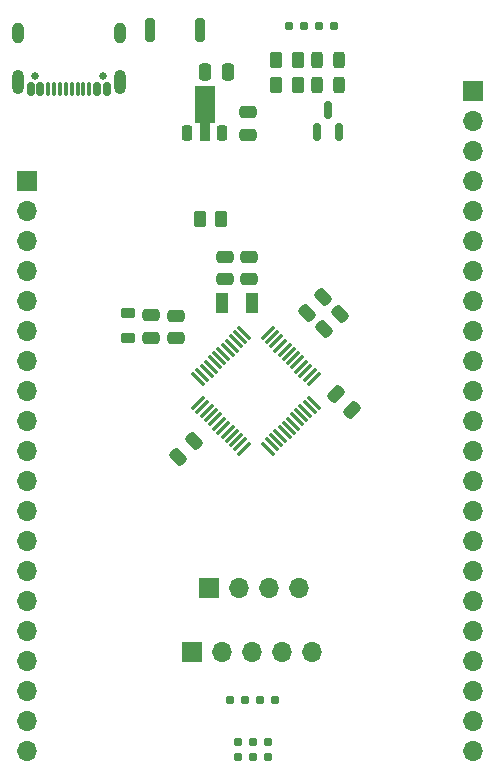
<source format=gbr>
%TF.GenerationSoftware,KiCad,Pcbnew,8.0.7*%
%TF.CreationDate,2025-01-26T21:31:55+01:00*%
%TF.ProjectId,samd21_breakout,73616d64-3231-45f6-9272-65616b6f7574,rev?*%
%TF.SameCoordinates,Original*%
%TF.FileFunction,Soldermask,Top*%
%TF.FilePolarity,Negative*%
%FSLAX46Y46*%
G04 Gerber Fmt 4.6, Leading zero omitted, Abs format (unit mm)*
G04 Created by KiCad (PCBNEW 8.0.7) date 2025-01-26 21:31:55*
%MOMM*%
%LPD*%
G01*
G04 APERTURE LIST*
G04 Aperture macros list*
%AMRoundRect*
0 Rectangle with rounded corners*
0 $1 Rounding radius*
0 $2 $3 $4 $5 $6 $7 $8 $9 X,Y pos of 4 corners*
0 Add a 4 corners polygon primitive as box body*
4,1,4,$2,$3,$4,$5,$6,$7,$8,$9,$2,$3,0*
0 Add four circle primitives for the rounded corners*
1,1,$1+$1,$2,$3*
1,1,$1+$1,$4,$5*
1,1,$1+$1,$6,$7*
1,1,$1+$1,$8,$9*
0 Add four rect primitives between the rounded corners*
20,1,$1+$1,$2,$3,$4,$5,0*
20,1,$1+$1,$4,$5,$6,$7,0*
20,1,$1+$1,$6,$7,$8,$9,0*
20,1,$1+$1,$8,$9,$2,$3,0*%
%AMFreePoly0*
4,1,9,3.862500,-0.866500,0.737500,-0.866500,0.737500,-0.450000,-0.737500,-0.450000,-0.737500,0.450000,0.737500,0.450000,0.737500,0.866500,3.862500,0.866500,3.862500,-0.866500,3.862500,-0.866500,$1*%
G04 Aperture macros list end*
%ADD10C,0.787400*%
%ADD11C,0.650000*%
%ADD12RoundRect,0.150000X0.150000X0.425000X-0.150000X0.425000X-0.150000X-0.425000X0.150000X-0.425000X0*%
%ADD13RoundRect,0.075000X0.075000X0.500000X-0.075000X0.500000X-0.075000X-0.500000X0.075000X-0.500000X0*%
%ADD14O,1.000000X2.100000*%
%ADD15O,1.000000X1.800000*%
%ADD16R,1.700000X1.700000*%
%ADD17O,1.700000X1.700000*%
%ADD18RoundRect,0.250000X-0.262500X-0.450000X0.262500X-0.450000X0.262500X0.450000X-0.262500X0.450000X0*%
%ADD19RoundRect,0.250000X0.262500X0.450000X-0.262500X0.450000X-0.262500X-0.450000X0.262500X-0.450000X0*%
%ADD20RoundRect,0.150000X0.150000X-0.587500X0.150000X0.587500X-0.150000X0.587500X-0.150000X-0.587500X0*%
%ADD21RoundRect,0.243750X0.243750X0.456250X-0.243750X0.456250X-0.243750X-0.456250X0.243750X-0.456250X0*%
%ADD22RoundRect,0.250000X-0.475000X0.250000X-0.475000X-0.250000X0.475000X-0.250000X0.475000X0.250000X0*%
%ADD23RoundRect,0.250000X-0.512652X-0.159099X-0.159099X-0.512652X0.512652X0.159099X0.159099X0.512652X0*%
%ADD24RoundRect,0.075000X-0.521491X0.415425X0.415425X-0.521491X0.521491X-0.415425X-0.415425X0.521491X0*%
%ADD25RoundRect,0.075000X-0.521491X-0.415425X-0.415425X-0.521491X0.521491X0.415425X0.415425X0.521491X0*%
%ADD26RoundRect,0.225000X0.225000X-0.425000X0.225000X0.425000X-0.225000X0.425000X-0.225000X-0.425000X0*%
%ADD27FreePoly0,90.000000*%
%ADD28RoundRect,0.250000X0.475000X-0.250000X0.475000X0.250000X-0.475000X0.250000X-0.475000X-0.250000X0*%
%ADD29RoundRect,0.218750X0.381250X-0.218750X0.381250X0.218750X-0.381250X0.218750X-0.381250X-0.218750X0*%
%ADD30RoundRect,0.250000X-0.159099X0.512652X-0.512652X0.159099X0.159099X-0.512652X0.512652X-0.159099X0*%
%ADD31RoundRect,0.250000X-0.250000X-0.475000X0.250000X-0.475000X0.250000X0.475000X-0.250000X0.475000X0*%
%ADD32RoundRect,0.200000X-0.200000X-0.800000X0.200000X-0.800000X0.200000X0.800000X-0.200000X0.800000X0*%
%ADD33R,1.000000X1.800000*%
%ADD34RoundRect,0.250000X0.159099X-0.512652X0.512652X-0.159099X-0.159099X0.512652X-0.512652X0.159099X0*%
G04 APERTURE END LIST*
D10*
%TO.C,J7*%
X123310000Y-138230000D03*
X123310000Y-136960000D03*
X124580000Y-138230000D03*
X124580000Y-136960000D03*
X125850000Y-138230000D03*
X125850000Y-136960000D03*
%TD*%
%TO.C,J1*%
X122640000Y-133400000D03*
X123910000Y-133400000D03*
X125180000Y-133400000D03*
X126450000Y-133400000D03*
%TD*%
D11*
%TO.C,J3*%
X111890000Y-80605000D03*
X106110000Y-80605000D03*
D12*
X112200000Y-81680000D03*
X111400000Y-81680000D03*
D13*
X110250000Y-81680000D03*
X109250000Y-81680000D03*
X108750000Y-81680000D03*
X107750000Y-81680000D03*
D12*
X106600000Y-81680000D03*
X105800000Y-81680000D03*
X105800000Y-81680000D03*
X106600000Y-81680000D03*
D13*
X107250000Y-81680000D03*
X108250000Y-81680000D03*
X109750000Y-81680000D03*
X110750000Y-81680000D03*
D12*
X111400000Y-81680000D03*
X112200000Y-81680000D03*
D14*
X113320000Y-81105000D03*
D15*
X113320000Y-76925000D03*
D14*
X104680000Y-81105000D03*
D15*
X104680000Y-76925000D03*
%TD*%
D10*
%TO.C,J8*%
X131450000Y-76325000D03*
X130180000Y-76325000D03*
X128910000Y-76325000D03*
X127640000Y-76325000D03*
%TD*%
D16*
%TO.C,J5*%
X143190000Y-81830000D03*
D17*
X143190000Y-84370000D03*
X143190000Y-86910000D03*
X143190000Y-89450000D03*
X143190000Y-91990000D03*
X143190000Y-94530000D03*
X143190000Y-97070000D03*
X143190000Y-99610000D03*
X143190000Y-102150000D03*
X143190000Y-104690000D03*
X143190000Y-107230000D03*
X143190000Y-109770000D03*
X143190000Y-112310000D03*
X143190000Y-114850000D03*
X143190000Y-117390000D03*
X143190000Y-119930000D03*
X143190000Y-122470000D03*
X143190000Y-125010000D03*
X143190000Y-127550000D03*
X143190000Y-130090000D03*
X143190000Y-132630000D03*
X143190000Y-135170000D03*
X143190000Y-137710000D03*
%TD*%
D18*
%TO.C,R1*%
X120100000Y-92680000D03*
X121925000Y-92680000D03*
%TD*%
D19*
%TO.C,R3*%
X128375000Y-81350000D03*
X126550000Y-81350000D03*
%TD*%
D20*
%TO.C,Q1*%
X130000000Y-85337500D03*
X131900000Y-85337500D03*
X130950000Y-83462500D03*
%TD*%
D21*
%TO.C,D2*%
X131900000Y-81350000D03*
X130025000Y-81350000D03*
%TD*%
D19*
%TO.C,R2*%
X128375000Y-79200000D03*
X126550000Y-79200000D03*
%TD*%
D21*
%TO.C,D1*%
X131900000Y-79200000D03*
X130025000Y-79200000D03*
%TD*%
D22*
%TO.C,C4*%
X122225000Y-97799998D03*
X122225000Y-95900000D03*
%TD*%
D23*
%TO.C,C7*%
X131608249Y-107508249D03*
X132951751Y-108851751D03*
%TD*%
D24*
%TO.C,U2*%
X123863336Y-102362124D03*
X123509782Y-102715678D03*
X123156229Y-103069231D03*
X122802675Y-103422785D03*
X122449122Y-103776338D03*
X122095569Y-104129891D03*
X121742015Y-104483445D03*
X121388462Y-104836998D03*
X121034909Y-105190551D03*
X120681355Y-105544105D03*
X120327802Y-105897658D03*
X119974248Y-106251212D03*
D25*
X119974248Y-108248788D03*
X120327802Y-108602342D03*
X120681355Y-108955895D03*
X121034909Y-109309449D03*
X121388462Y-109663002D03*
X121742015Y-110016555D03*
X122095569Y-110370109D03*
X122449122Y-110723662D03*
X122802675Y-111077215D03*
X123156229Y-111430769D03*
X123509782Y-111784322D03*
X123863336Y-112137876D03*
D24*
X125860912Y-112137876D03*
X126214466Y-111784322D03*
X126568019Y-111430769D03*
X126921573Y-111077215D03*
X127275126Y-110723662D03*
X127628679Y-110370109D03*
X127982233Y-110016555D03*
X128335786Y-109663002D03*
X128689339Y-109309449D03*
X129042893Y-108955895D03*
X129396446Y-108602342D03*
X129750000Y-108248788D03*
D25*
X129750000Y-106251212D03*
X129396446Y-105897658D03*
X129042893Y-105544105D03*
X128689339Y-105190551D03*
X128335786Y-104836998D03*
X127982233Y-104483445D03*
X127628679Y-104129891D03*
X127275126Y-103776338D03*
X126921573Y-103422785D03*
X126568019Y-103069231D03*
X126214466Y-102715678D03*
X125860912Y-102362124D03*
%TD*%
D26*
%TO.C,U1*%
X119000000Y-85425000D03*
D27*
X120500000Y-85337500D03*
D26*
X122000000Y-85425000D03*
%TD*%
D28*
%TO.C,C9*%
X118100000Y-100870001D03*
X118100000Y-102769999D03*
%TD*%
D22*
%TO.C,C2*%
X124200000Y-83650000D03*
X124200000Y-85550000D03*
%TD*%
D17*
%TO.C,J2*%
X129640000Y-129350000D03*
X127100000Y-129350000D03*
X124560000Y-129350000D03*
X122020000Y-129350000D03*
D16*
X119480000Y-129350000D03*
%TD*%
D29*
%TO.C,L1*%
X113990000Y-100687500D03*
X113990000Y-102812500D03*
%TD*%
D16*
%TO.C,J6*%
X120840000Y-123950000D03*
D17*
X123380000Y-123950000D03*
X125920000Y-123950000D03*
X128460000Y-123950000D03*
%TD*%
D30*
%TO.C,C6*%
X129178249Y-100621751D03*
X130521751Y-99278249D03*
%TD*%
D31*
%TO.C,C1*%
X120550000Y-80225000D03*
X122450000Y-80225000D03*
%TD*%
D32*
%TO.C,SW1*%
X115895000Y-76715000D03*
X120095000Y-76715000D03*
%TD*%
D22*
%TO.C,C3*%
X124275000Y-97799999D03*
X124275000Y-95900001D03*
%TD*%
D28*
%TO.C,C10*%
X115960000Y-100850001D03*
X115960000Y-102749999D03*
%TD*%
D33*
%TO.C,Y1*%
X122000001Y-99800000D03*
X124499999Y-99800000D03*
%TD*%
D34*
%TO.C,C5*%
X131971751Y-100703249D03*
X130628249Y-102046751D03*
%TD*%
D30*
%TO.C,C8*%
X119621751Y-111478249D03*
X118278249Y-112821751D03*
%TD*%
D16*
%TO.C,J4*%
X105500000Y-89490000D03*
D17*
X105500000Y-92030000D03*
X105500000Y-94570000D03*
X105500000Y-97110000D03*
X105500000Y-99650000D03*
X105500000Y-102190000D03*
X105500000Y-104730000D03*
X105500000Y-107270000D03*
X105500000Y-109810000D03*
X105500000Y-112350000D03*
X105500000Y-114890000D03*
X105500000Y-117430000D03*
X105500000Y-119970000D03*
X105500000Y-122510000D03*
X105500000Y-125050000D03*
X105500000Y-127590000D03*
X105500000Y-130130000D03*
X105500000Y-132670000D03*
X105500000Y-135210000D03*
X105500000Y-137750000D03*
%TD*%
M02*

</source>
